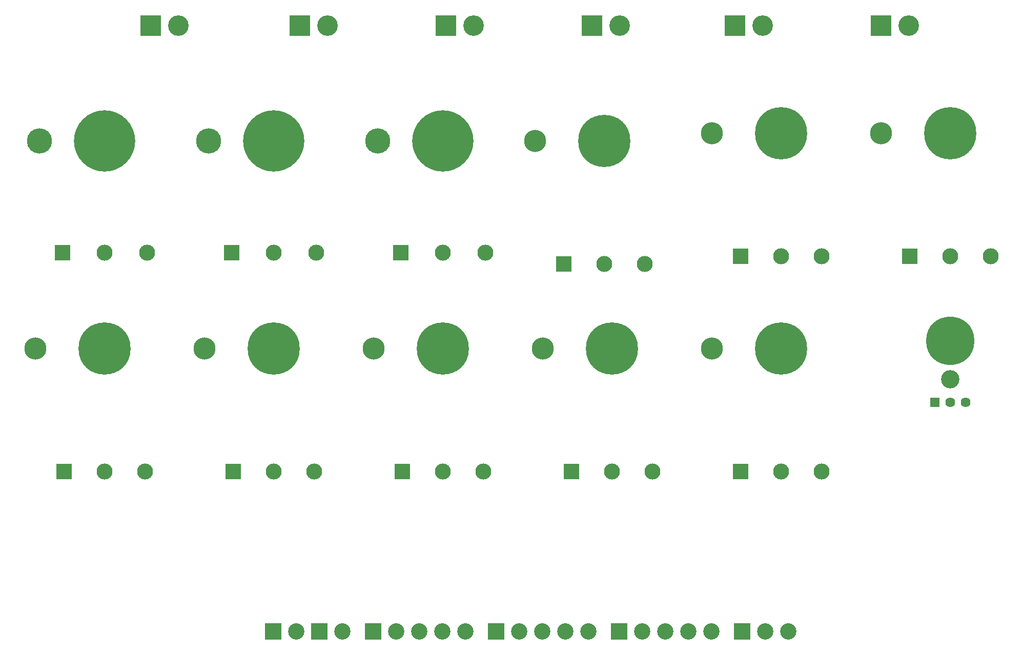
<source format=gbr>
%TF.GenerationSoftware,KiCad,Pcbnew,(5.1.6)-1*%
%TF.CreationDate,2020-07-24T14:32:39-07:00*%
%TF.ProjectId,BPEM488 Inputs,4250454d-3438-4382-9049-6e707574732e,rev?*%
%TF.SameCoordinates,Original*%
%TF.FileFunction,Soldermask,Top*%
%TF.FilePolarity,Negative*%
%FSLAX46Y46*%
G04 Gerber Fmt 4.6, Leading zero omitted, Abs format (unit mm)*
G04 Created by KiCad (PCBNEW (5.1.6)-1) date 2020-07-24 14:32:39*
%MOMM*%
%LPD*%
G01*
G04 APERTURE LIST*
%ADD10C,1.624000*%
%ADD11R,1.624000X1.624000*%
%ADD12C,3.021000*%
%ADD13C,7.974000*%
%ADD14C,8.609000*%
%ADD15C,3.656000*%
%ADD16R,2.640000X2.640000*%
%ADD17C,2.640000*%
%ADD18C,2.700000*%
%ADD19R,2.700000X2.700000*%
%ADD20C,10.133000*%
%ADD21C,4.164000*%
%ADD22C,3.402000*%
%ADD23R,3.402000X3.402000*%
G04 APERTURE END LIST*
D10*
%TO.C,SW7*%
X204470000Y-107950000D03*
D11*
X199390000Y-107950000D03*
D10*
X201930000Y-107950000D03*
D12*
X201930000Y-104140000D03*
D13*
X201930000Y-97790000D03*
%TD*%
D14*
%TO.C,RV4*%
X144780000Y-64770000D03*
D15*
X133350000Y-64770000D03*
D16*
X138074400Y-85090000D03*
D17*
X144780000Y-85090000D03*
X151485600Y-85090000D03*
%TD*%
D18*
%TO.C,J1*%
X93900000Y-145750000D03*
D19*
X90090000Y-145750000D03*
%TD*%
%TO.C,J2*%
X97710000Y-145750000D03*
D18*
X101520000Y-145750000D03*
%TD*%
%TO.C,J3*%
X114220000Y-145750000D03*
X110410000Y-145750000D03*
X118030000Y-145750000D03*
X121840000Y-145750000D03*
D19*
X106600000Y-145750000D03*
%TD*%
%TO.C,J4*%
X126920000Y-145750000D03*
D18*
X142160000Y-145750000D03*
X138350000Y-145750000D03*
X130730000Y-145750000D03*
X134540000Y-145750000D03*
%TD*%
%TO.C,J5*%
X154860000Y-145750000D03*
X151050000Y-145750000D03*
X158670000Y-145750000D03*
X162480000Y-145750000D03*
D19*
X147240000Y-145750000D03*
%TD*%
D18*
%TO.C,J6*%
X171370000Y-145750000D03*
D19*
X167560000Y-145750000D03*
D18*
X175180000Y-145750000D03*
%TD*%
D20*
%TO.C,RV1*%
X62230000Y-64770000D03*
D21*
X51435000Y-64770000D03*
D16*
X55245000Y-83185000D03*
D17*
X62230000Y-83185000D03*
X69215000Y-83185000D03*
%TD*%
%TO.C,RV2*%
X97155000Y-83185000D03*
X90170000Y-83185000D03*
D16*
X83185000Y-83185000D03*
D21*
X79375000Y-64770000D03*
D20*
X90170000Y-64770000D03*
%TD*%
%TO.C,RV3*%
X118110000Y-64770000D03*
D21*
X107315000Y-64770000D03*
D16*
X111125000Y-83185000D03*
D17*
X118110000Y-83185000D03*
X125095000Y-83185000D03*
%TD*%
%TO.C,RV5*%
X180695600Y-83820000D03*
X173990000Y-83820000D03*
D16*
X167284400Y-83820000D03*
D15*
X162560000Y-63500000D03*
D14*
X173990000Y-63500000D03*
%TD*%
%TO.C,RV6*%
X62230000Y-99060000D03*
D15*
X50800000Y-99060000D03*
D16*
X55524400Y-119380000D03*
D17*
X62230000Y-119380000D03*
X68935600Y-119380000D03*
%TD*%
%TO.C,RV7*%
X96875600Y-119380000D03*
X90170000Y-119380000D03*
D16*
X83464400Y-119380000D03*
D15*
X78740000Y-99060000D03*
D14*
X90170000Y-99060000D03*
%TD*%
%TO.C,RV8*%
X118110000Y-99060000D03*
D15*
X106680000Y-99060000D03*
D16*
X111404400Y-119380000D03*
D17*
X118110000Y-119380000D03*
X124815600Y-119380000D03*
%TD*%
%TO.C,RV9*%
X152755600Y-119380000D03*
X146050000Y-119380000D03*
D16*
X139344400Y-119380000D03*
D15*
X134620000Y-99060000D03*
D14*
X146050000Y-99060000D03*
%TD*%
%TO.C,RV10*%
X173990000Y-99060000D03*
D15*
X162560000Y-99060000D03*
D16*
X167284400Y-119380000D03*
D17*
X173990000Y-119380000D03*
X180695600Y-119380000D03*
%TD*%
%TO.C,RV11*%
X208635600Y-83820000D03*
X201930000Y-83820000D03*
D16*
X195224400Y-83820000D03*
D15*
X190500000Y-63500000D03*
D14*
X201930000Y-63500000D03*
%TD*%
D22*
%TO.C,SW1*%
X74447400Y-45720000D03*
D23*
X69850000Y-45720000D03*
%TD*%
%TO.C,SW2*%
X94462600Y-45720000D03*
D22*
X99060000Y-45720000D03*
%TD*%
%TO.C,SW3*%
X123190000Y-45720000D03*
D23*
X118592600Y-45720000D03*
%TD*%
%TO.C,SW4*%
X142722600Y-45720000D03*
D22*
X147320000Y-45720000D03*
%TD*%
%TO.C,SW5*%
X170967400Y-45720000D03*
D23*
X166370000Y-45720000D03*
%TD*%
%TO.C,SW6*%
X190500000Y-45720000D03*
D22*
X195097400Y-45720000D03*
%TD*%
M02*

</source>
